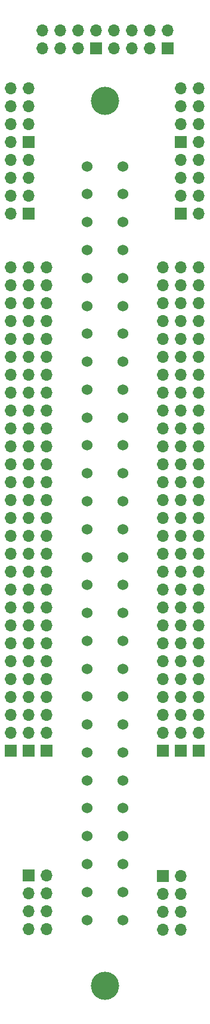
<source format=gts>
G04 #@! TF.GenerationSoftware,KiCad,Pcbnew,(5.1.12)-1*
G04 #@! TF.CreationDate,2023-03-25T16:11:04+00:00*
G04 #@! TF.ProjectId,Edge56,45646765-3536-42e6-9b69-6361645f7063,rev?*
G04 #@! TF.SameCoordinates,Original*
G04 #@! TF.FileFunction,Soldermask,Top*
G04 #@! TF.FilePolarity,Negative*
%FSLAX46Y46*%
G04 Gerber Fmt 4.6, Leading zero omitted, Abs format (unit mm)*
G04 Created by KiCad (PCBNEW (5.1.12)-1) date 2023-03-25 16:11:04*
%MOMM*%
%LPD*%
G01*
G04 APERTURE LIST*
%ADD10C,4.000000*%
%ADD11C,1.524000*%
%ADD12O,1.700000X1.700000*%
%ADD13R,1.700000X1.700000*%
G04 APERTURE END LIST*
D10*
G04 #@! TO.C,J8*
X141605000Y-47600000D03*
X141605000Y-173140000D03*
D11*
X144145000Y-56910000D03*
X144145000Y-60870000D03*
X144145000Y-64830000D03*
X144145000Y-68790000D03*
X144145000Y-72750000D03*
X144145000Y-76710000D03*
X144145000Y-80670000D03*
X144145000Y-84630000D03*
X144145000Y-88590000D03*
X144145000Y-92550000D03*
X144145000Y-96510000D03*
X144145000Y-100470000D03*
X144145000Y-104430000D03*
X144145000Y-108390000D03*
X144145000Y-112350000D03*
X144145000Y-116310000D03*
X144145000Y-120270000D03*
X144145000Y-124230000D03*
X144145000Y-128190000D03*
X144145000Y-132150000D03*
X144145000Y-136110000D03*
X144145000Y-140070000D03*
X144145000Y-144030000D03*
X144145000Y-147990000D03*
X144145000Y-151950000D03*
X144145000Y-155910000D03*
X144145000Y-159870000D03*
X144145000Y-163830000D03*
X139065000Y-56910000D03*
X139065000Y-60870000D03*
X139065000Y-64830000D03*
X139065000Y-68790000D03*
X139065000Y-72750000D03*
X139065000Y-76710000D03*
X139065000Y-80670000D03*
X139065000Y-84630000D03*
X139065000Y-88590000D03*
X139065000Y-92550000D03*
X139065000Y-96510000D03*
X139065000Y-100470000D03*
X139065000Y-104430000D03*
X139065000Y-108390000D03*
X139065000Y-112350000D03*
X139065000Y-116310000D03*
X139065000Y-120270000D03*
X139065000Y-124230000D03*
X139065000Y-128190000D03*
X139065000Y-132150000D03*
X139065000Y-136110000D03*
X139065000Y-140070000D03*
X139065000Y-144030000D03*
X139065000Y-147990000D03*
X139065000Y-151950000D03*
X139065000Y-155910000D03*
X139065000Y-159870000D03*
X139065000Y-163830000D03*
G04 #@! TD*
D12*
G04 #@! TO.C,J13*
X142875000Y-37592000D03*
X142875000Y-40132000D03*
X145415000Y-37592000D03*
X145415000Y-40132000D03*
X147955000Y-37592000D03*
X147955000Y-40132000D03*
X150495000Y-37592000D03*
D13*
X150495000Y-40132000D03*
G04 #@! TD*
D12*
G04 #@! TO.C,J12*
X132715000Y-37592000D03*
X132715000Y-40132000D03*
X135255000Y-37592000D03*
X135255000Y-40132000D03*
X137795000Y-37592000D03*
X137795000Y-40132000D03*
X140335000Y-37592000D03*
D13*
X140335000Y-40132000D03*
G04 #@! TD*
D12*
G04 #@! TO.C,J15*
X133350000Y-165100000D03*
X130810000Y-165100000D03*
X133350000Y-162560000D03*
X130810000Y-162560000D03*
X133350000Y-160020000D03*
X130810000Y-160020000D03*
X133350000Y-157480000D03*
D13*
X130810000Y-157480000D03*
G04 #@! TD*
D12*
G04 #@! TO.C,J14*
X152400000Y-165227000D03*
X149860000Y-165227000D03*
X152400000Y-162687000D03*
X149860000Y-162687000D03*
X152400000Y-160147000D03*
X149860000Y-160147000D03*
X152400000Y-157607000D03*
D13*
X149860000Y-157607000D03*
G04 #@! TD*
D12*
G04 #@! TO.C,J7*
X154940000Y-56007000D03*
X152400000Y-56007000D03*
X154940000Y-58547000D03*
X152400000Y-58547000D03*
X154940000Y-61087000D03*
X152400000Y-61087000D03*
X154940000Y-63627000D03*
D13*
X152400000Y-63627000D03*
G04 #@! TD*
D12*
G04 #@! TO.C,J6*
X128270000Y-56007000D03*
X130810000Y-56007000D03*
X128270000Y-58547000D03*
X130810000Y-58547000D03*
X128270000Y-61087000D03*
X130810000Y-61087000D03*
X128270000Y-63627000D03*
D13*
X130810000Y-63627000D03*
G04 #@! TD*
D12*
G04 #@! TO.C,J2*
X154940000Y-45847000D03*
X152400000Y-45847000D03*
X154940000Y-48387000D03*
X152400000Y-48387000D03*
X154940000Y-50927000D03*
X152400000Y-50927000D03*
X154940000Y-53467000D03*
D13*
X152400000Y-53467000D03*
G04 #@! TD*
D12*
G04 #@! TO.C,J1*
X128270000Y-45847000D03*
X130810000Y-45847000D03*
X128270000Y-48387000D03*
X130810000Y-48387000D03*
X128270000Y-50927000D03*
X130810000Y-50927000D03*
X128270000Y-53467000D03*
D13*
X130810000Y-53467000D03*
G04 #@! TD*
D12*
G04 #@! TO.C,J11*
X149860000Y-71247000D03*
X149860000Y-73787000D03*
X149860000Y-76327000D03*
X149860000Y-78867000D03*
X149860000Y-81407000D03*
X149860000Y-83947000D03*
X149860000Y-86487000D03*
X149860000Y-89027000D03*
X149860000Y-91567000D03*
X149860000Y-94107000D03*
X149860000Y-96647000D03*
X149860000Y-99187000D03*
X149860000Y-101727000D03*
X149860000Y-104267000D03*
X149860000Y-106807000D03*
X149860000Y-109347000D03*
X149860000Y-111887000D03*
X149860000Y-114427000D03*
X149860000Y-116967000D03*
X149860000Y-119507000D03*
X149860000Y-122047000D03*
X149860000Y-124587000D03*
X149860000Y-127127000D03*
X149860000Y-129667000D03*
X149860000Y-132207000D03*
X149860000Y-134747000D03*
X149860000Y-137287000D03*
D13*
X149860000Y-139827000D03*
G04 #@! TD*
D12*
G04 #@! TO.C,J10*
X152400000Y-71247000D03*
X152400000Y-73787000D03*
X152400000Y-76327000D03*
X152400000Y-78867000D03*
X152400000Y-81407000D03*
X152400000Y-83947000D03*
X152400000Y-86487000D03*
X152400000Y-89027000D03*
X152400000Y-91567000D03*
X152400000Y-94107000D03*
X152400000Y-96647000D03*
X152400000Y-99187000D03*
X152400000Y-101727000D03*
X152400000Y-104267000D03*
X152400000Y-106807000D03*
X152400000Y-109347000D03*
X152400000Y-111887000D03*
X152400000Y-114427000D03*
X152400000Y-116967000D03*
X152400000Y-119507000D03*
X152400000Y-122047000D03*
X152400000Y-124587000D03*
X152400000Y-127127000D03*
X152400000Y-129667000D03*
X152400000Y-132207000D03*
X152400000Y-134747000D03*
X152400000Y-137287000D03*
D13*
X152400000Y-139827000D03*
G04 #@! TD*
D12*
G04 #@! TO.C,J9*
X154940000Y-71247000D03*
X154940000Y-73787000D03*
X154940000Y-76327000D03*
X154940000Y-78867000D03*
X154940000Y-81407000D03*
X154940000Y-83947000D03*
X154940000Y-86487000D03*
X154940000Y-89027000D03*
X154940000Y-91567000D03*
X154940000Y-94107000D03*
X154940000Y-96647000D03*
X154940000Y-99187000D03*
X154940000Y-101727000D03*
X154940000Y-104267000D03*
X154940000Y-106807000D03*
X154940000Y-109347000D03*
X154940000Y-111887000D03*
X154940000Y-114427000D03*
X154940000Y-116967000D03*
X154940000Y-119507000D03*
X154940000Y-122047000D03*
X154940000Y-124587000D03*
X154940000Y-127127000D03*
X154940000Y-129667000D03*
X154940000Y-132207000D03*
X154940000Y-134747000D03*
X154940000Y-137287000D03*
D13*
X154940000Y-139827000D03*
G04 #@! TD*
D12*
G04 #@! TO.C,J5*
X128270000Y-71247000D03*
X128270000Y-73787000D03*
X128270000Y-76327000D03*
X128270000Y-78867000D03*
X128270000Y-81407000D03*
X128270000Y-83947000D03*
X128270000Y-86487000D03*
X128270000Y-89027000D03*
X128270000Y-91567000D03*
X128270000Y-94107000D03*
X128270000Y-96647000D03*
X128270000Y-99187000D03*
X128270000Y-101727000D03*
X128270000Y-104267000D03*
X128270000Y-106807000D03*
X128270000Y-109347000D03*
X128270000Y-111887000D03*
X128270000Y-114427000D03*
X128270000Y-116967000D03*
X128270000Y-119507000D03*
X128270000Y-122047000D03*
X128270000Y-124587000D03*
X128270000Y-127127000D03*
X128270000Y-129667000D03*
X128270000Y-132207000D03*
X128270000Y-134747000D03*
X128270000Y-137287000D03*
D13*
X128270000Y-139827000D03*
G04 #@! TD*
D12*
G04 #@! TO.C,J4*
X130810000Y-71247000D03*
X130810000Y-73787000D03*
X130810000Y-76327000D03*
X130810000Y-78867000D03*
X130810000Y-81407000D03*
X130810000Y-83947000D03*
X130810000Y-86487000D03*
X130810000Y-89027000D03*
X130810000Y-91567000D03*
X130810000Y-94107000D03*
X130810000Y-96647000D03*
X130810000Y-99187000D03*
X130810000Y-101727000D03*
X130810000Y-104267000D03*
X130810000Y-106807000D03*
X130810000Y-109347000D03*
X130810000Y-111887000D03*
X130810000Y-114427000D03*
X130810000Y-116967000D03*
X130810000Y-119507000D03*
X130810000Y-122047000D03*
X130810000Y-124587000D03*
X130810000Y-127127000D03*
X130810000Y-129667000D03*
X130810000Y-132207000D03*
X130810000Y-134747000D03*
X130810000Y-137287000D03*
D13*
X130810000Y-139827000D03*
G04 #@! TD*
D12*
G04 #@! TO.C,J3*
X133350000Y-71247000D03*
X133350000Y-73787000D03*
X133350000Y-76327000D03*
X133350000Y-78867000D03*
X133350000Y-81407000D03*
X133350000Y-83947000D03*
X133350000Y-86487000D03*
X133350000Y-89027000D03*
X133350000Y-91567000D03*
X133350000Y-94107000D03*
X133350000Y-96647000D03*
X133350000Y-99187000D03*
X133350000Y-101727000D03*
X133350000Y-104267000D03*
X133350000Y-106807000D03*
X133350000Y-109347000D03*
X133350000Y-111887000D03*
X133350000Y-114427000D03*
X133350000Y-116967000D03*
X133350000Y-119507000D03*
X133350000Y-122047000D03*
X133350000Y-124587000D03*
X133350000Y-127127000D03*
X133350000Y-129667000D03*
X133350000Y-132207000D03*
X133350000Y-134747000D03*
X133350000Y-137287000D03*
D13*
X133350000Y-139827000D03*
G04 #@! TD*
M02*

</source>
